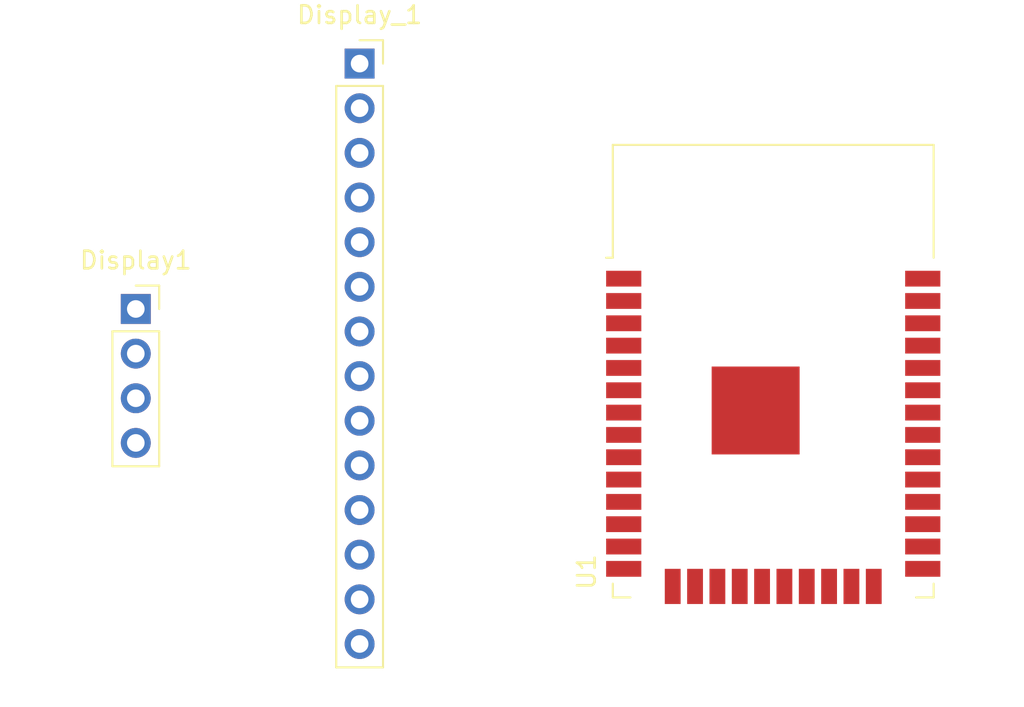
<source format=kicad_pcb>
(kicad_pcb (version 20211014) (generator pcbnew)
  (layers (0 "F.Cu" signal) (31 "B.Cu" signal) (34 "B.Paste" user) (35 "F.Paste" user) (36 "B.SilkS" user "B.Silkscreen") (37 "F.SilkS" user "F.Silkscreen") (38 "B.Mask" user) (39 "F.Mask" user) (44 "Edge.Cuts" user))
  (net 0 "")
  (net 10 "MISO")
  (net 11 "/3v3")
  (net 12 "SCK")
  (net 13 "MOSI")
  (net 14 "D{slash}C")
  (net 15 "Rst_D")
  (net 16 "CS_Display")
  (net 17 "GND")
  (net 18 "Net-(C_Bypass1-Pad2)")
  (net 19 "Net-(C1-Pad1)")
  (net 22 "I2C1")
  (net 23 "I2C2")
  (net 24 "Butt_No_D")
  (net 25 "Butt_D")
  (net 26 "Rst_2")
  (net 27 "CS_Lector3")
  (net 29 "IO13")
  (net 37 "Net-(C2-Pad2)")
  (net 38 "Rst_1")
  (net 39 "PWM_M1")
  (net 40 "PWM_M2")
  (net 41 "CS_Lector1")
  (net 43 "Rst_3")
  (net 44 "Prog_Tx")
  (net 45 "Prog_Rx")
  (net 46 "CS_Lector2")
  (footprint "Connector_PinSocket_2.54mm:PinSocket_1x04_P2.54mm_Vertical" (layer "F.Cu") (at 109.22 97.78)
    (fp_text reference "Display1" (at 0 -2.77) (layer "F.SilkS"))
    (fp_text value "Conn_01x04_Female")
    (fp_line (start 1.33 -1.33) (end 1.33 0) (layer "F.SilkS") (width 0.12))
    (fp_line (start -1.33 1.27) (end -1.33 8.95) (layer "F.SilkS") (width 0.12))
    (fp_line (start 1.33 1.27) (end 1.33 8.95) (layer "F.SilkS") (width 0.12))
    (fp_line (start -1.33 1.27) (end 1.33 1.27) (layer "F.SilkS") (width 0.12))
    (fp_line (start 0 -1.33) (end 1.33 -1.33) (layer "F.SilkS") (width 0.12))
    (fp_line (start -1.33 8.95) (end 1.33 8.95) (layer "F.SilkS") (width 0.12))
    (pad "1" thru_hole rect (at 0 0) (size 1.7 1.7) (drill 1) (layers *.Cu *.Mask))
    (pad "2" thru_hole oval (at 0 2.54) (size 1.7 1.7) (drill 1) (layers *.Cu *.Mask))
    (pad "3" thru_hole oval (at 0 5.08) (size 1.7 1.7) (drill 1) (layers *.Cu *.Mask))
    (pad "4" thru_hole oval (at 0 7.62) (size 1.7 1.7) (drill 1) (layers *.Cu *.Mask))
  )
  (footprint "RF_Module:ESP32-WROOM-32" (layer "F.Cu") (at 145.46 104.31)
    (fp_text reference "U1" (at -10.61 8.43 90) (layer "F.SilkS"))
    (fp_text value "ESP32-WROOM-32")
    (fp_line (start -9.12 -9.445) (end -9.5 -9.445) (layer "F.SilkS") (width 0.12))
    (fp_line (start 9.12 -15.865) (end 9.12 -9.445) (layer "F.SilkS") (width 0.12))
    (fp_line (start -9.12 -15.865) (end 9.12 -15.865) (layer "F.SilkS") (width 0.12))
    (fp_line (start 9.12 9.1) (end 9.12 9.88) (layer "F.SilkS") (width 0.12))
    (fp_line (start 9.12 9.88) (end 8.12 9.88) (layer "F.SilkS") (width 0.12))
    (fp_line (start -9.12 -15.865) (end -9.12 -9.445) (layer "F.SilkS") (width 0.12))
    (fp_line (start -9.12 9.88) (end -8.12 9.88) (layer "F.SilkS") (width 0.12))
    (fp_line (start -9.12 9.1) (end -9.12 9.88) (layer "F.SilkS") (width 0.12))
    (pad "1" smd rect (at -8.5 -8.255) (size 2 0.9) (layers "F.Cu" "F.Paste" "F.Mask") (net 17 "GND"))
    (pad "2" smd rect (at -8.5 -6.985) (size 2 0.9) (layers "F.Cu" "F.Paste" "F.Mask") (net 18 "Net-(C_Bypass1-Pad2)"))
    (pad "3" smd rect (at -8.5 -5.715) (size 2 0.9) (layers "F.Cu" "F.Paste" "F.Mask") (net 19 "Net-(C1-Pad1)"))
    (pad "4" smd rect (at -8.5 -4.445) (size 2 0.9) (layers "F.Cu" "F.Paste" "F.Mask"))
    (pad "5" smd rect (at -8.5 -3.175) (size 2 0.9) (layers "F.Cu" "F.Paste" "F.Mask"))
    (pad "6" smd rect (at -8.5 -1.905) (size 2 0.9) (layers "F.Cu" "F.Paste" "F.Mask") (net 15 "Rst_D"))
    (pad "7" smd rect (at -8.5 -0.635) (size 2 0.9) (layers "F.Cu" "F.Paste" "F.Mask") (net 14 "D{slash}C"))
    (pad "8" smd rect (at -8.5 0.635) (size 2 0.9) (layers "F.Cu" "F.Paste" "F.Mask") (net 22 "I2C1"))
    (pad "9" smd rect (at -8.5 1.905) (size 2 0.9) (layers "F.Cu" "F.Paste" "F.Mask") (net 23 "I2C2"))
    (pad "10" smd rect (at -8.5 3.175) (size 2 0.9) (layers "F.Cu" "F.Paste" "F.Mask") (net 24 "Butt_No_D"))
    (pad "11" smd rect (at -8.5 4.445) (size 2 0.9) (layers "F.Cu" "F.Paste" "F.Mask") (net 25 "Butt_D"))
    (pad "12" smd rect (at -8.5 5.715) (size 2 0.9) (layers "F.Cu" "F.Paste" "F.Mask") (net 26 "Rst_2"))
    (pad "13" smd rect (at -8.5 6.985) (size 2 0.9) (layers "F.Cu" "F.Paste" "F.Mask") (net 27 "CS_Lector3"))
    (pad "14" smd rect (at -8.5 8.255) (size 2 0.9) (layers "F.Cu" "F.Paste" "F.Mask"))
    (pad "15" smd rect (at -5.715 9.255 90) (size 2 0.9) (layers "F.Cu" "F.Paste" "F.Mask") (net 17 "GND"))
    (pad "16" smd rect (at -4.445 9.255 90) (size 2 0.9) (layers "F.Cu" "F.Paste" "F.Mask") (net 29 "IO13"))
    (pad "17" smd rect (at -3.175 9.255 90) (size 2 0.9) (layers "F.Cu" "F.Paste" "F.Mask"))
    (pad "18" smd rect (at -1.905 9.255 90) (size 2 0.9) (layers "F.Cu" "F.Paste" "F.Mask"))
    (pad "19" smd rect (at -0.635 9.255 90) (size 2 0.9) (layers "F.Cu" "F.Paste" "F.Mask"))
    (pad "20" smd rect (at 0.635 9.255 90) (size 2 0.9) (layers "F.Cu" "F.Paste" "F.Mask"))
    (pad "21" smd rect (at 1.905 9.255 90) (size 2 0.9) (layers "F.Cu" "F.Paste" "F.Mask"))
    (pad "22" smd rect (at 3.175 9.255 90) (size 2 0.9) (layers "F.Cu" "F.Paste" "F.Mask"))
    (pad "23" smd rect (at 4.445 9.255 90) (size 2 0.9) (layers "F.Cu" "F.Paste" "F.Mask") (net 16 "CS_Display"))
    (pad "24" smd rect (at 5.715 9.255 90) (size 2 0.9) (layers "F.Cu" "F.Paste" "F.Mask"))
    (pad "25" smd rect (at 8.5 8.255) (size 2 0.9) (layers "F.Cu" "F.Paste" "F.Mask") (net 37 "Net-(C2-Pad2)"))
    (pad "26" smd rect (at 8.5 6.985) (size 2 0.9) (layers "F.Cu" "F.Paste" "F.Mask") (net 38 "Rst_1"))
    (pad "27" smd rect (at 8.5 5.715) (size 2 0.9) (layers "F.Cu" "F.Paste" "F.Mask") (net 39 "PWM_M1"))
    (pad "28" smd rect (at 8.5 4.445) (size 2 0.9) (layers "F.Cu" "F.Paste" "F.Mask") (net 40 "PWM_M2"))
    (pad "29" smd rect (at 8.5 3.175) (size 2 0.9) (layers "F.Cu" "F.Paste" "F.Mask") (net 41 "CS_Lector1"))
    (pad "30" smd rect (at 8.5 1.905) (size 2 0.9) (layers "F.Cu" "F.Paste" "F.Mask") (net 12 "SCK"))
    (pad "31" smd rect (at 8.5 0.635) (size 2 0.9) (layers "F.Cu" "F.Paste" "F.Mask") (net 10 "MISO"))
    (pad "32" smd rect (at 8.5 -0.635) (size 2 0.9) (layers "F.Cu" "F.Paste" "F.Mask"))
    (pad "33" smd rect (at 8.5 -1.905) (size 2 0.9) (layers "F.Cu" "F.Paste" "F.Mask") (net 43 "Rst_3"))
    (pad "34" smd rect (at 8.5 -3.175) (size 2 0.9) (layers "F.Cu" "F.Paste" "F.Mask") (net 44 "Prog_Tx"))
    (pad "35" smd rect (at 8.5 -4.445) (size 2 0.9) (layers "F.Cu" "F.Paste" "F.Mask") (net 45 "Prog_Rx"))
    (pad "36" smd rect (at 8.5 -5.715) (size 2 0.9) (layers "F.Cu" "F.Paste" "F.Mask") (net 46 "CS_Lector2"))
    (pad "37" smd rect (at 8.5 -6.985) (size 2 0.9) (layers "F.Cu" "F.Paste" "F.Mask") (net 13 "MOSI"))
    (pad "38" smd rect (at 8.5 -8.255) (size 2 0.9) (layers "F.Cu" "F.Paste" "F.Mask") (net 17 "GND"))
    (pad "39" smd rect (at -1 -0.755) (size 5 5) (layers "F.Cu" "F.Paste" "F.Mask") (net 17 "GND"))
  )
  (footprint "Connector_PinSocket_2.54mm:PinSocket_1x14_P2.54mm_Vertical" (layer "F.Cu") (at 121.945 83.82)
    (fp_text reference "Display_1" (at 0 -2.77) (layer "F.SilkS"))
    (fp_text value "Conn_01x14_Female")
    (fp_line (start -1.33 1.27) (end 1.33 1.27) (layer "F.SilkS") (width 0.12))
    (fp_line (start 0 -1.33) (end 1.33 -1.33) (layer "F.SilkS") (width 0.12))
    (fp_line (start 1.33 -1.33) (end 1.33 0) (layer "F.SilkS") (width 0.12))
    (fp_line (start -1.33 34.35) (end 1.33 34.35) (layer "F.SilkS") (width 0.12))
    (fp_line (start 1.33 1.27) (end 1.33 34.35) (layer "F.SilkS") (width 0.12))
    (fp_line (start -1.33 1.27) (end -1.33 34.35) (layer "F.SilkS") (width 0.12))
    (pad "1" thru_hole rect (at 0 0) (size 1.7 1.7) (drill 1) (layers *.Cu *.Mask))
    (pad "2" thru_hole oval (at 0 2.54) (size 1.7 1.7) (drill 1) (layers *.Cu *.Mask))
    (pad "3" thru_hole oval (at 0 5.08) (size 1.7 1.7) (drill 1) (layers *.Cu *.Mask))
    (pad "4" thru_hole oval (at 0 7.62) (size 1.7 1.7) (drill 1) (layers *.Cu *.Mask))
    (pad "5" thru_hole oval (at 0 10.16) (size 1.7 1.7) (drill 1) (layers *.Cu *.Mask))
    (pad "6" thru_hole oval (at 0 12.7) (size 1.7 1.7) (drill 1) (layers *.Cu *.Mask) (net 10 "MISO"))
    (pad "7" thru_hole oval (at 0 15.24) (size 1.7 1.7) (drill 1) (layers *.Cu *.Mask) (net 11 "/3v3"))
    (pad "8" thru_hole oval (at 0 17.78) (size 1.7 1.7) (drill 1) (layers *.Cu *.Mask) (net 12 "SCK"))
    (pad "9" thru_hole oval (at 0 20.32) (size 1.7 1.7) (drill 1) (layers *.Cu *.Mask) (net 13 "MOSI"))
    (pad "10" thru_hole oval (at 0 22.86) (size 1.7 1.7) (drill 1) (layers *.Cu *.Mask) (net 14 "D{slash}C"))
    (pad "11" thru_hole oval (at 0 25.4) (size 1.7 1.7) (drill 1) (layers *.Cu *.Mask) (net 15 "Rst_D"))
    (pad "12" thru_hole oval (at 0 27.94) (size 1.7 1.7) (drill 1) (layers *.Cu *.Mask) (net 16 "CS_Display"))
    (pad "13" thru_hole oval (at 0 30.48) (size 1.7 1.7) (drill 1) (layers *.Cu *.Mask) (net 17 "GND"))
    (pad "14" thru_hole oval (at 0 33.02) (size 1.7 1.7) (drill 1) (layers *.Cu *.Mask) (net 11 "/3v3"))
  )
)
</source>
